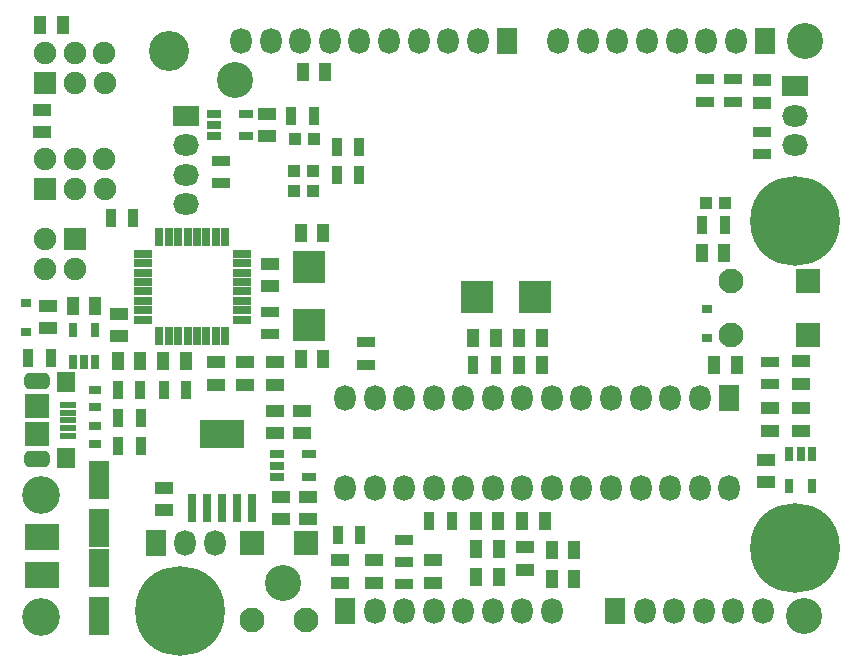
<source format=gts>
G04*
G04 #@! TF.GenerationSoftware,Altium Limited,Altium Designer,22.5.1 (42)*
G04*
G04 Layer_Color=8388736*
%FSLAX44Y44*%
%MOMM*%
G71*
G04*
G04 #@! TF.SameCoordinates,090C5C53-F3BF-408C-A1E9-F483B87C40A9*
G04*
G04*
G04 #@! TF.FilePolarity,Negative*
G04*
G01*
G75*
%ADD35R,0.8858X0.7588*%
%ADD36R,2.1000X2.1000*%
%ADD37R,1.6000X1.8000*%
%ADD38R,1.4500X0.5000*%
%ADD39R,0.8000X2.4000*%
%ADD40R,3.7000X2.4000*%
%ADD41R,1.5000X1.1000*%
%ADD42R,1.6200X0.6700*%
%ADD43R,0.6700X1.6200*%
%ADD44R,1.2000X0.7500*%
%ADD45R,0.7500X1.2000*%
%ADD46C,3.0480*%
%ADD47R,2.9000X2.2000*%
%ADD48R,1.8000X3.2000*%
%ADD49R,1.0000X1.0000*%
%ADD50R,1.5000X0.9000*%
%ADD51R,0.9000X1.5000*%
%ADD52R,1.1000X0.8000*%
%ADD53R,2.7000X2.8000*%
%ADD54R,2.8000X2.7000*%
%ADD55R,1.1000X1.5000*%
%ADD56R,2.1000X2.1000*%
%ADD57C,2.1000*%
%ADD58O,1.8000X2.2000*%
%ADD59R,1.8000X2.2000*%
%ADD60R,2.2000X1.8000*%
%ADD61O,2.2000X1.8000*%
%ADD62C,3.2000*%
G04:AMPARAMS|DCode=63|XSize=2.2mm|YSize=1.4mm|CornerRadius=0.46mm|HoleSize=0mm|Usage=FLASHONLY|Rotation=0.000|XOffset=0mm|YOffset=0mm|HoleType=Round|Shape=RoundedRectangle|*
%AMROUNDEDRECTD63*
21,1,2.2000,0.4800,0,0,0.0*
21,1,1.2800,1.4000,0,0,0.0*
1,1,0.9200,0.6400,-0.2400*
1,1,0.9200,-0.6400,-0.2400*
1,1,0.9200,-0.6400,0.2400*
1,1,0.9200,0.6400,0.2400*
%
%ADD63ROUNDEDRECTD63*%
%ADD64R,1.9000X1.9000*%
%ADD65C,1.9000*%
%ADD66C,3.4000*%
%ADD67C,7.6000*%
D35*
X9000Y261616D02*
D03*
Y286000D02*
D03*
X586000Y256808D02*
D03*
Y281192D02*
D03*
D36*
X18250Y175000D02*
D03*
Y199000D02*
D03*
X246000Y83000D02*
D03*
X201000D02*
D03*
D37*
X42750Y155000D02*
D03*
Y219000D02*
D03*
D38*
X45000Y174000D02*
D03*
Y180500D02*
D03*
Y187000D02*
D03*
Y193500D02*
D03*
Y200000D02*
D03*
D39*
X149600Y113000D02*
D03*
X162300D02*
D03*
X175000D02*
D03*
X187700D02*
D03*
X200400D02*
D03*
D40*
X175000Y175000D02*
D03*
D41*
X275000Y68500D02*
D03*
Y49500D02*
D03*
X170000Y236000D02*
D03*
Y217000D02*
D03*
X215900Y300380D02*
D03*
Y319380D02*
D03*
X195000Y236000D02*
D03*
Y217000D02*
D03*
X220000Y195000D02*
D03*
Y176000D02*
D03*
Y236000D02*
D03*
Y217000D02*
D03*
X23000Y431000D02*
D03*
Y450000D02*
D03*
X632000Y475000D02*
D03*
Y456000D02*
D03*
X126000Y111000D02*
D03*
Y130000D02*
D03*
X225000Y103000D02*
D03*
Y122000D02*
D03*
X304000Y49500D02*
D03*
Y68500D02*
D03*
X354000Y49500D02*
D03*
Y68500D02*
D03*
X213000Y446500D02*
D03*
Y427500D02*
D03*
X636000Y134500D02*
D03*
Y153500D02*
D03*
X243000Y176000D02*
D03*
Y195000D02*
D03*
X639000Y197000D02*
D03*
Y178000D02*
D03*
X248000Y103000D02*
D03*
Y122000D02*
D03*
X432000Y79500D02*
D03*
Y60500D02*
D03*
X88000Y258000D02*
D03*
Y277000D02*
D03*
X665000Y197000D02*
D03*
Y178000D02*
D03*
X28000Y284000D02*
D03*
Y265000D02*
D03*
X665000Y218000D02*
D03*
Y237000D02*
D03*
D42*
X108000Y312000D02*
D03*
Y272000D02*
D03*
Y296000D02*
D03*
Y320000D02*
D03*
Y288000D02*
D03*
Y280000D02*
D03*
Y328000D02*
D03*
Y304000D02*
D03*
X192000Y328000D02*
D03*
Y320000D02*
D03*
Y312000D02*
D03*
Y304000D02*
D03*
Y296000D02*
D03*
Y288000D02*
D03*
Y280000D02*
D03*
Y272000D02*
D03*
D43*
X170000Y258000D02*
D03*
X122000D02*
D03*
X130000Y342000D02*
D03*
X138000Y258000D02*
D03*
X146000D02*
D03*
X162000D02*
D03*
X154000Y342000D02*
D03*
X138000D02*
D03*
X154000Y258000D02*
D03*
X146000Y342000D02*
D03*
X178000Y258000D02*
D03*
X130000D02*
D03*
X122000Y342000D02*
D03*
X170000D02*
D03*
X162000D02*
D03*
X178000D02*
D03*
D44*
X168500Y446500D02*
D03*
Y437000D02*
D03*
Y427500D02*
D03*
X195500Y446500D02*
D03*
Y427500D02*
D03*
X249000Y139000D02*
D03*
Y158000D02*
D03*
X222000Y139000D02*
D03*
Y148500D02*
D03*
Y158000D02*
D03*
D45*
X68000Y263000D02*
D03*
X49000D02*
D03*
X68000Y236000D02*
D03*
X58500D02*
D03*
X49000D02*
D03*
X674500Y158500D02*
D03*
X665000D02*
D03*
X655500D02*
D03*
X674500Y131500D02*
D03*
X655500D02*
D03*
D46*
X227000Y49000D02*
D03*
X668000Y21000D02*
D03*
X669000Y508000D02*
D03*
X186000Y475000D02*
D03*
D47*
X23000Y56000D02*
D03*
Y88000D02*
D03*
D48*
X71000Y95500D02*
D03*
Y136500D02*
D03*
Y21000D02*
D03*
Y62000D02*
D03*
D49*
X585000Y371000D02*
D03*
X601000D02*
D03*
X237000Y425000D02*
D03*
X253000D02*
D03*
X236000Y398000D02*
D03*
X252000D02*
D03*
X236000Y381000D02*
D03*
X252000D02*
D03*
D50*
X174000Y387500D02*
D03*
Y406500D02*
D03*
X215900Y259740D02*
D03*
Y278740D02*
D03*
X608000Y456500D02*
D03*
Y475500D02*
D03*
X584000Y456500D02*
D03*
Y475500D02*
D03*
X632000Y412000D02*
D03*
Y431000D02*
D03*
X297000Y234000D02*
D03*
Y253000D02*
D03*
X639000Y236500D02*
D03*
Y217500D02*
D03*
X329000Y86000D02*
D03*
Y67000D02*
D03*
Y67000D02*
D03*
Y48000D02*
D03*
D51*
X272500Y418000D02*
D03*
X291500D02*
D03*
X272500Y395000D02*
D03*
X291500D02*
D03*
X100000Y358000D02*
D03*
X81000D02*
D03*
X87000Y213000D02*
D03*
X106000D02*
D03*
X87500Y189000D02*
D03*
X106500D02*
D03*
X87500Y165000D02*
D03*
X106500D02*
D03*
X369500Y102000D02*
D03*
X350500D02*
D03*
X253000Y445000D02*
D03*
X234000D02*
D03*
X407000Y234000D02*
D03*
X388000D02*
D03*
X601000Y352000D02*
D03*
X582000D02*
D03*
X11000Y240000D02*
D03*
X30000D02*
D03*
X292000Y90000D02*
D03*
X273000D02*
D03*
X126000Y213000D02*
D03*
X145000D02*
D03*
D52*
X68000D02*
D03*
Y198000D02*
D03*
Y167000D02*
D03*
Y182000D02*
D03*
D53*
X440500Y291000D02*
D03*
X391500D02*
D03*
D54*
X248920Y267600D02*
D03*
Y316600D02*
D03*
D55*
X125500Y237000D02*
D03*
X144500D02*
D03*
X241960Y345440D02*
D03*
X260960D02*
D03*
X241960Y238760D02*
D03*
X260960D02*
D03*
X390500Y54000D02*
D03*
X409500D02*
D03*
X21500Y522000D02*
D03*
X40500D02*
D03*
X473500Y77000D02*
D03*
X454500D02*
D03*
X446000Y234000D02*
D03*
X427000D02*
D03*
X243500Y482000D02*
D03*
X262500D02*
D03*
X409500Y78000D02*
D03*
X390500D02*
D03*
X409000Y102000D02*
D03*
X390000D02*
D03*
X429500D02*
D03*
X448500D02*
D03*
X407000Y257000D02*
D03*
X388000D02*
D03*
X427000D02*
D03*
X446000D02*
D03*
X49000Y284000D02*
D03*
X68000D02*
D03*
X87000Y237000D02*
D03*
X106000D02*
D03*
X581500Y329000D02*
D03*
X600500D02*
D03*
X473500Y53000D02*
D03*
X454500D02*
D03*
X592000Y234000D02*
D03*
X611000D02*
D03*
D56*
X671500Y304500D02*
D03*
Y259500D02*
D03*
D57*
X606500Y304500D02*
D03*
Y259500D02*
D03*
X246000Y18000D02*
D03*
X201000D02*
D03*
D58*
X454400Y25400D02*
D03*
X429400D02*
D03*
X404400D02*
D03*
X379400D02*
D03*
X354400D02*
D03*
X329400D02*
D03*
X304400D02*
D03*
X610000Y508000D02*
D03*
X585000D02*
D03*
X560000D02*
D03*
X535000D02*
D03*
X510000D02*
D03*
X485000D02*
D03*
X460000D02*
D03*
X191560D02*
D03*
X216560D02*
D03*
X241560D02*
D03*
X266560D02*
D03*
X291560D02*
D03*
X316560D02*
D03*
X341560D02*
D03*
X366560D02*
D03*
X391560D02*
D03*
X144000Y83000D02*
D03*
X169000D02*
D03*
X533000Y25400D02*
D03*
X558000D02*
D03*
X583000D02*
D03*
X608000D02*
D03*
X633000D02*
D03*
X579520Y205740D02*
D03*
X554520D02*
D03*
X529520D02*
D03*
X504520D02*
D03*
X479520D02*
D03*
X454520D02*
D03*
X429520D02*
D03*
X404520D02*
D03*
X379520D02*
D03*
X354520D02*
D03*
X329520D02*
D03*
X304520D02*
D03*
X279520D02*
D03*
X604520Y129540D02*
D03*
X579520D02*
D03*
X554520D02*
D03*
X529520D02*
D03*
X504520D02*
D03*
X479520D02*
D03*
X454520D02*
D03*
X429520D02*
D03*
X404520D02*
D03*
X379520D02*
D03*
X354520D02*
D03*
X329520D02*
D03*
X304520D02*
D03*
X279520D02*
D03*
D59*
X279400Y25400D02*
D03*
X635000Y508000D02*
D03*
X416560D02*
D03*
X119000Y83000D02*
D03*
X508000Y25400D02*
D03*
X604520Y205740D02*
D03*
D60*
X145000Y445000D02*
D03*
X660000Y470000D02*
D03*
D61*
X145000Y420000D02*
D03*
Y395000D02*
D03*
Y370000D02*
D03*
X660000Y445000D02*
D03*
Y420000D02*
D03*
D62*
X22000Y20000D02*
D03*
Y124000D02*
D03*
D63*
X18250Y154000D02*
D03*
Y220000D02*
D03*
D64*
X50800Y340360D02*
D03*
X25600Y383000D02*
D03*
X25400Y472440D02*
D03*
D65*
Y340360D02*
D03*
X50800Y314960D02*
D03*
X25400D02*
D03*
X51000Y383000D02*
D03*
X76400D02*
D03*
X25600Y408400D02*
D03*
X51000D02*
D03*
X75130D02*
D03*
X74930Y497840D02*
D03*
X50800D02*
D03*
X25400D02*
D03*
X76200Y472440D02*
D03*
X50800D02*
D03*
D66*
X130000Y500000D02*
D03*
D67*
X140000Y25400D02*
D03*
X660400Y78740D02*
D03*
Y355600D02*
D03*
M02*

</source>
